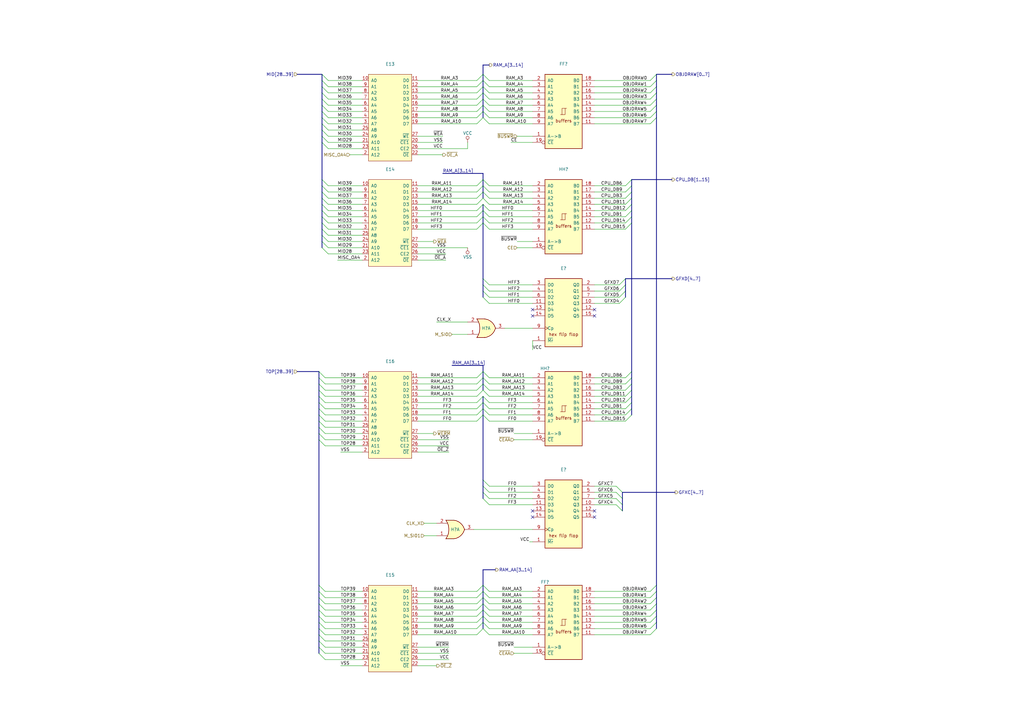
<source format=kicad_sch>
(kicad_sch (version 20211123) (generator eeschema)
  (paper "A3")
  (title_block (date "2022-04-29") (rev "J. Tejada") (company "JOTEGO") (comment 1 "Esperanza D. Triana"))
  (lib_symbols
    (symbol "arcade:LC3664" (pin_names (offset 1.016))
      (property "Reference" "U" (at 1.27 0 0))
      (property "Value" "arcade_LC3664" (at 1.27 -6.35 0))
      (symbol "LC3664_0_1"
        (rectangle (start -8.89 16.51) (end 8.89 -19.05) (fill (type background)))
      )
      (symbol "LC3664_1_1"
        (pin input line (at -11.43 13.97 0) (length 2.54) (name "A0") (number "10"))
        (pin bidirectional line (at 11.43 13.97 180) (length 2.54) (name "D0") (number "11"))
        (pin bidirectional line (at 11.43 11.43 180) (length 2.54) (name "D1") (number "12"))
        (pin bidirectional line (at 11.43 8.89 180) (length 2.54) (name "D2") (number "13"))
        (pin bidirectional line (at 11.43 6.35 180) (length 2.54) (name "D3") (number "15"))
        (pin bidirectional line (at 11.43 3.81 180) (length 2.54) (name "D4") (number "16"))
        (pin bidirectional line (at 11.43 1.27 180) (length 2.54) (name "D5") (number "17"))
        (pin bidirectional line (at 11.43 -1.27 180) (length 2.54) (name "D6") (number "18"))
        (pin bidirectional line (at 11.43 -3.81 180) (length 2.54) (name "D7") (number "19"))
        (pin input line (at -11.43 -16.51 0) (length 2.54) (name "A12") (number "2"))
        (pin input line (at 11.43 -11.43 180) (length 2.54) (name "~{CE1}") (number "20"))
        (pin input line (at -11.43 -11.43 0) (length 2.54) (name "A10") (number "21"))
        (pin input line (at 11.43 -16.51 180) (length 2.54) (name "~{OE}") (number "22"))
        (pin input line (at -11.43 -13.97 0) (length 2.54) (name "A11") (number "23"))
        (pin input line (at -11.43 -8.89 0) (length 2.54) (name "A9") (number "24"))
        (pin input line (at -11.43 -6.35 0) (length 2.54) (name "A8") (number "25"))
        (pin input line (at 11.43 -13.97 180) (length 2.54) (name "CE2") (number "26"))
        (pin input line (at 11.43 -8.89 180) (length 2.54) (name "~{WE}") (number "27"))
        (pin input line (at -11.43 -3.81 0) (length 2.54) (name "A7") (number "3"))
        (pin input line (at -11.43 -1.27 0) (length 2.54) (name "A6") (number "4"))
        (pin input line (at -11.43 1.27 0) (length 2.54) (name "A5") (number "5"))
        (pin input line (at -11.43 3.81 0) (length 2.54) (name "A4") (number "6"))
        (pin input line (at -11.43 6.35 0) (length 2.54) (name "A3") (number "7"))
        (pin input line (at -11.43 8.89 0) (length 2.54) (name "A2") (number "8"))
        (pin input line (at -11.43 11.43 0) (length 2.54) (name "A1") (number "9"))
      )
    )
    (symbol "jt74:74LS174" (pin_names (offset 1.016))
      (property "Reference" "U" (at 5.08 -12.7 0))
      (property "Value" "jt74_74LS174" (at 0 -5.08 0))
      (symbol "74LS174_0_0"
        (text "hex flip flop" (at 0 -10.16 0) (effects (font (size 1.27 1.27))))
      )
      (symbol "74LS174_1_0"
        (pin input line (at -12.7 -12.7 0) (length 5.08) (name "~{Mr}") (number "1"))
        (pin output line (at 12.7 2.54 180) (length 5.08) (name "Q3") (number "10"))
        (pin input line (at -12.7 2.54 0) (length 5.08) (name "D3") (number "11"))
        (pin output line (at 12.7 0 180) (length 5.08) (name "Q4") (number "12"))
        (pin input line (at -12.7 0 0) (length 5.08) (name "D4") (number "13"))
        (pin input line (at -12.7 -2.54 0) (length 5.08) (name "D5") (number "14"))
        (pin output line (at 12.7 -2.54 180) (length 5.08) (name "Q5") (number "15"))
        (pin output line (at 12.7 10.16 180) (length 5.08) (name "Q0") (number "2"))
        (pin input line (at -12.7 10.16 0) (length 5.08) (name "D0") (number "3"))
        (pin input line (at -12.7 7.62 0) (length 5.08) (name "D1") (number "4"))
        (pin output line (at 12.7 7.62 180) (length 5.08) (name "Q1") (number "5"))
        (pin input line (at -12.7 5.08 0) (length 5.08) (name "D2") (number "6"))
        (pin output line (at 12.7 5.08 180) (length 5.08) (name "Q2") (number "7"))
        (pin input clock (at -12.7 -7.62 0) (length 5.08) (name "Cp") (number "9"))
      )
      (symbol "74LS174_1_1"
        (rectangle (start -7.62 12.7) (end 7.62 -15.24) (stroke (width 0.254)) (fill (type background)))
      )
    )
    (symbol "jt74:74LS245" (pin_names (offset 1.016))
      (property "Reference" "U" (at -7.62 16.51 0))
      (property "Value" "jt74_74LS245" (at 2.54 -13.97 0))
      (symbol "74LS245_0_0"
        (text "buffers" (at 0 -3.81 0) (effects (font (size 1.27 1.27))))
      )
      (symbol "74LS245_1_0"
        (polyline (pts (xy -0.635 -1.27) (xy -0.635 1.27) (xy 0.635 1.27)))
        (polyline (pts (xy -1.27 -1.27) (xy 0.635 -1.27) (xy 0.635 1.27) (xy 1.27 1.27)))
        (pin input line (at -12.7 -10.16 0) (length 5.08) (name "A->B") (number "1"))
        (pin tri_state line (at 12.7 -5.08 180) (length 5.08) (name "B7") (number "11"))
        (pin tri_state line (at 12.7 -2.54 180) (length 5.08) (name "B6") (number "12"))
        (pin tri_state line (at 12.7 0 180) (length 5.08) (name "B5") (number "13"))
        (pin tri_state line (at 12.7 2.54 180) (length 5.08) (name "B4") (number "14"))
        (pin tri_state line (at 12.7 5.08 180) (length 5.08) (name "B3") (number "15"))
        (pin tri_state line (at 12.7 7.62 180) (length 5.08) (name "B2") (number "16"))
        (pin tri_state line (at 12.7 10.16 180) (length 5.08) (name "B1") (number "17"))
        (pin tri_state line (at 12.7 12.7 180) (length 5.08) (name "B0") (number "18"))
        (pin input inverted (at -12.7 -12.7 0) (length 5.08) (name "~{CE}") (number "19"))
        (pin tri_state line (at -12.7 12.7 0) (length 5.08) (name "A0") (number "2"))
        (pin tri_state line (at -12.7 10.16 0) (length 5.08) (name "A1") (number "3"))
        (pin tri_state line (at -12.7 7.62 0) (length 5.08) (name "A2") (number "4"))
        (pin tri_state line (at -12.7 5.08 0) (length 5.08) (name "A3") (number "5"))
        (pin tri_state line (at -12.7 2.54 0) (length 5.08) (name "A4") (number "6"))
        (pin tri_state line (at -12.7 0 0) (length 5.08) (name "A5") (number "7"))
        (pin tri_state line (at -12.7 -2.54 0) (length 5.08) (name "A6") (number "8"))
        (pin tri_state line (at -12.7 -5.08 0) (length 5.08) (name "A7") (number "9"))
      )
      (symbol "74LS245_1_1"
        (rectangle (start -7.62 15.24) (end 7.62 -15.24) (stroke (width 0.254)) (fill (type background)))
      )
    )
    (symbol "jt74:74LS32" (pin_names (offset 1.016))
      (property "Reference" "U" (at 0 1.27 0))
      (property "Value" "jt74_74LS32" (at 0 -1.27 0))
      (symbol "74LS32_1_1"
        (arc (start -3.81 -3.81) (mid -2.589 0) (end -3.81 3.81) (stroke (width 0.254)))
        (arc (start -0.6096 -3.81) (mid 2.1842 -2.5851) (end 3.81 0) (stroke (width 0.254)) (fill (type background)))
        (polyline (pts (xy -3.81 -3.81) (xy -0.635 -3.81)) (stroke (width 0.254)) (fill (type background)))
        (polyline (pts (xy -3.81 3.81) (xy -0.635 3.81)) (stroke (width 0.254)) (fill (type background)))
        (polyline (pts (xy -0.635 3.81) (xy -3.81 3.81) (xy -3.81 3.81) (xy -3.556 3.4036) (xy -3.0226 2.2606) (xy -2.6924 1.0414) (xy -2.6162 -0.254) (xy -2.7686 -1.4986) (xy -3.175 -2.7178) (xy -3.81 -3.81) (xy -3.81 -3.81) (xy -0.635 -3.81)) (stroke (width -25.4)) (fill (type background)))
        (arc (start 3.81 0) (mid 2.1915 2.5936) (end -0.6096 3.81) (stroke (width 0.254)) (fill (type background)))
        (pin input line (at -7.62 2.54 0) (length 4.318) (name "~") (number "1"))
        (pin input line (at -7.62 -2.54 0) (length 4.318) (name "~") (number "2"))
        (pin output line (at 7.62 0 180) (length 3.81) (name "~") (number "3"))
      )
      (symbol "74LS32_1_2"
        (arc (start 0 -3.81) (mid 3.81 0) (end 0 3.81) (stroke (width 0.254)) (fill (type background)))
        (polyline (pts (xy 0 3.81) (xy -3.81 3.81) (xy -3.81 -3.81) (xy 0 -3.81)) (stroke (width 0.254)) (fill (type background)))
        (pin input inverted (at -7.62 2.54 0) (length 3.81) (name "~") (number "1"))
        (pin input inverted (at -7.62 -2.54 0) (length 3.81) (name "~") (number "2"))
        (pin output inverted (at 7.62 0 180) (length 3.81) (name "~") (number "3"))
      )
      (symbol "74LS32_2_1"
        (arc (start -3.81 -3.81) (mid -2.589 0) (end -3.81 3.81) (stroke (width 0.254)))
        (arc (start -0.6096 -3.81) (mid 2.1842 -2.5851) (end 3.81 0) (stroke (width 0.254)) (fill (type background)))
        (polyline (pts (xy -3.81 -3.81) (xy -0.635 -3.81)) (stroke (width 0.254)) (fill (type background)))
        (polyline (pts (xy -3.81 3.81) (xy -0.635 3.81)) (stroke (width 0.254)) (fill (type background)))
        (polyline (pts (xy -0.635 3.81) (xy -3.81 3.81) (xy -3.81 3.81) (xy -3.556 3.4036) (xy -3.0226 2.2606) (xy -2.6924 1.0414) (xy -2.6162 -0.254) (xy -2.7686 -1.4986) (xy -3.175 -2.7178) (xy -3.81 -3.81) (xy -3.81 -3.81) (xy -0.635 -3.81)) (stroke (width -25.4)) (fill (type background)))
        (arc (start 3.81 0) (mid 2.1915 2.5936) (end -0.6096 3.81) (stroke (width 0.254)) (fill (type background)))
        (pin input line (at -7.62 2.54 0) (length 4.318) (name "~") (number "4"))
        (pin input line (at -7.62 -2.54 0) (length 4.318) (name "~") (number "5"))
        (pin output line (at 7.62 0 180) (length 3.81) (name "~") (number "6"))
      )
      (symbol "74LS32_2_2"
        (arc (start 0 -3.81) (mid 3.81 0) (end 0 3.81) (stroke (width 0.254)) (fill (type background)))
        (polyline (pts (xy 0 3.81) (xy -3.81 3.81) (xy -3.81 -3.81) (xy 0 -3.81)) (stroke (width 0.254)) (fill (type background)))
        (pin input inverted (at -7.62 2.54 0) (length 3.81) (name "~") (number "4"))
        (pin input inverted (at -7.62 -2.54 0) (length 3.81) (name "~") (number "5"))
        (pin output inverted (at 7.62 0 180) (length 3.81) (name "~") (number "6"))
      )
      (symbol "74LS32_3_1"
        (arc (start -3.81 -3.81) (mid -2.589 0) (end -3.81 3.81) (stroke (width 0.254)))
        (arc (start -0.6096 -3.81) (mid 2.1842 -2.5851) (end 3.81 0) (stroke (width 0.254)) (fill (type background)))
        (polyline (pts (xy -3.81 -3.81) (xy -0.635 -3.81)) (stroke (width 0.254)) (fill (type background)))
        (polyline (pts (xy -3.81 3.81) (xy -0.635 3.81)) (stroke (width 0.254)) (fill (type background)))
        (polyline (pts (xy -0.635 3.81) (xy -3.81 3.81) (xy -3.81 3.81) (xy -3.556 3.4036) (xy -3.0226 2.2606) (xy -2.6924 1.0414) (xy -2.6162 -0.254) (xy -2.7686 -1.4986) (xy -3.175 -2.7178) (xy -3.81 -3.81) (xy -3.81 -3.81) (xy -0.635 -3.81)) (stroke (width -25.4)) (fill (type background)))
        (arc (start 3.81 0) (mid 2.1915 2.5936) (end -0.6096 3.81) (stroke (width 0.254)) (fill (type background)))
        (pin input line (at -7.62 -2.54 0) (length 4.318) (name "~") (number "10"))
        (pin output line (at 7.62 0 180) (length 3.81) (name "~") (number "8"))
        (pin input line (at -7.62 2.54 0) (length 4.318) (name "~") (number "9"))
      )
      (symbol "74LS32_3_2"
        (arc (start 0 -3.81) (mid 3.81 0) (end 0 3.81) (stroke (width 0.254)) (fill (type background)))
        (polyline (pts (xy 0 3.81) (xy -3.81 3.81) (xy -3.81 -3.81) (xy 0 -3.81)) (stroke (width 0.254)) (fill (type background)))
        (pin input inverted (at -7.62 -2.54 0) (length 3.81) (name "~") (number "10"))
        (pin output inverted (at 7.62 0 180) (length 3.81) (name "~") (number "8"))
        (pin input inverted (at -7.62 2.54 0) (length 3.81) (name "~") (number "9"))
      )
      (symbol "74LS32_4_1"
        (arc (start -3.81 -3.81) (mid -2.589 0) (end -3.81 3.81) (stroke (width 0.254)))
        (arc (start -0.6096 -3.81) (mid 2.1842 -2.5851) (end 3.81 0) (stroke (width 0.254)) (fill (type background)))
        (polyline (pts (xy -3.81 -3.81) (xy -0.635 -3.81)) (stroke (width 0.254)) (fill (type background)))
        (polyline (pts (xy -3.81 3.81) (xy -0.635 3.81)) (stroke (width 0.254)) (fill (type background)))
        (polyline (pts (xy -0.635 3.81) (xy -3.81 3.81) (xy -3.81 3.81) (xy -3.556 3.4036) (xy -3.0226 2.2606) (xy -2.6924 1.0414) (xy -2.6162 -0.254) (xy -2.7686 -1.4986) (xy -3.175 -2.7178) (xy -3.81 -3.81) (xy -3.81 -3.81) (xy -0.635 -3.81)) (stroke (width -25.4)) (fill (type background)))
        (arc (start 3.81 0) (mid 2.1915 2.5936) (end -0.6096 3.81) (stroke (width 0.254)) (fill (type background)))
        (pin output line (at 7.62 0 180) (length 3.81) (name "~") (number "11"))
        (pin input line (at -7.62 2.54 0) (length 4.318) (name "~") (number "12"))
        (pin input line (at -7.62 -2.54 0) (length 4.318) (name "~") (number "13"))
      )
      (symbol "74LS32_4_2"
        (arc (start 0 -3.81) (mid 3.81 0) (end 0 3.81) (stroke (width 0.254)) (fill (type background)))
        (polyline (pts (xy 0 3.81) (xy -3.81 3.81) (xy -3.81 -3.81) (xy 0 -3.81)) (stroke (width 0.254)) (fill (type background)))
        (pin output inverted (at 7.62 0 180) (length 3.81) (name "~") (number "11"))
        (pin input inverted (at -7.62 2.54 0) (length 3.81) (name "~") (number "12"))
        (pin input inverted (at -7.62 -2.54 0) (length 3.81) (name "~") (number "13"))
      )
      (symbol "74LS32_5_0"
        (pin input line (at 0 12.7 270) (length 5.08) hide (name "VCC") (number "14"))
        (pin input line (at 0 -12.7 90) (length 5.08) hide (name "GND") (number "7"))
      )
      (symbol "74LS32_5_1"
        (rectangle (start -5.08 7.62) (end 5.08 -7.62) (stroke (width 0.254)) (fill (type background)))
      )
    )
    (symbol "power:VCC" (power) (pin_names (offset 0))
      (property "Value" "power_VCC" (at 0 3.81 0))
      (symbol "VCC_0_1"
        (polyline (pts (xy 0 0) (xy 0 1.27)))
        (circle (center 0 1.905) (radius 0.635))
      )
      (symbol "VCC_1_1"
        (pin power_in line (at 0 0 90) (length 0) hide (name "VCC") (number "1"))
      )
    )
    (symbol "power:VSS" (power) (pin_names (offset 0))
      (property "Value" "power_VSS" (at 0 3.81 0))
      (symbol "VSS_0_1"
        (polyline (pts (xy 0 0) (xy 0 1.27)))
        (circle (center 0 1.905) (radius 0.635))
      )
      (symbol "VSS_1_1"
        (pin power_in line (at 0 0 90) (length 0) hide (name "VSS") (number "1"))
      )
    )
  )
  (no_connect (at 243.84 212.09))
  (no_connect (at 218.44 129.54))
  (no_connect (at 243.84 129.54))
  (no_connect (at 243.84 209.55))
  (no_connect (at 218.44 209.55))
  (no_connect (at 218.44 212.09))
  (no_connect (at 218.44 127))
  (no_connect (at 243.84 127))
  (bus_entry (at 198.12 35.56) (size 2.54 2.54))
  (bus_entry (at 198.12 30.48) (size -2.54 2.54))
  (bus_entry (at 259.08 76.2) (size -2.54 2.54))
  (bus_entry (at 200.66 257.81) (size -2.54 -2.54))
  (bus_entry (at 198.12 242.57) (size 2.54 2.54))
  (bus_entry (at 132.08 40.64) (size 2.54 2.54))
  (bus_entry (at 132.08 48.26) (size 2.54 2.54))
  (bus_entry (at 254 119.38) (size 2.54 -2.54))
  (bus_entry (at 130.81 257.81) (size 2.54 2.54))
  (bus_entry (at 259.08 167.64) (size -2.54 2.54))
  (bus_entry (at 266.7 40.64) (size 2.54 -2.54))
  (bus_entry (at 130.81 175.26) (size 2.54 2.54))
  (bus_entry (at 259.08 154.94) (size -2.54 2.54))
  (bus_entry (at 198.12 160.02) (size -2.54 2.54))
  (bus_entry (at 200.66 252.73) (size -2.54 -2.54))
  (bus_entry (at 266.7 45.72) (size 2.54 -2.54))
  (bus_entry (at 259.08 83.82) (size -2.54 2.54))
  (bus_entry (at 198.12 48.26) (size 2.54 2.54))
  (bus_entry (at 195.58 260.35) (size 2.54 -2.54))
  (bus_entry (at 198.12 45.72) (size 2.54 2.54))
  (bus_entry (at 130.81 157.48) (size 2.54 2.54))
  (bus_entry (at 130.81 154.94) (size 2.54 2.54))
  (bus_entry (at 266.7 43.18) (size 2.54 -2.54))
  (bus_entry (at 198.12 157.48) (size 2.54 2.54))
  (bus_entry (at 130.81 260.35) (size 2.54 2.54))
  (bus_entry (at 200.66 116.84) (size -2.54 -2.54))
  (bus_entry (at 198.12 81.28) (size -2.54 2.54))
  (bus_entry (at 198.12 88.9) (size 2.54 2.54))
  (bus_entry (at 259.08 91.44) (size -2.54 2.54))
  (bus_entry (at 259.08 157.48) (size -2.54 2.54))
  (bus_entry (at 198.12 81.28) (size 2.54 2.54))
  (bus_entry (at 132.08 99.06) (size 2.54 2.54))
  (bus_entry (at 259.08 160.02) (size -2.54 2.54))
  (bus_entry (at 259.08 152.4) (size -2.54 2.54))
  (bus_entry (at 198.12 165.1) (size 2.54 2.54))
  (bus_entry (at 130.81 252.73) (size 2.54 2.54))
  (bus_entry (at 198.12 35.56) (size -2.54 2.54))
  (bus_entry (at 200.66 121.92) (size -2.54 -2.54))
  (bus_entry (at 195.58 250.19) (size 2.54 -2.54))
  (bus_entry (at 259.08 81.28) (size -2.54 2.54))
  (bus_entry (at 266.7 38.1) (size 2.54 -2.54))
  (bus_entry (at 132.08 35.56) (size 2.54 2.54))
  (bus_entry (at 200.66 124.46) (size -2.54 -2.54))
  (bus_entry (at 132.08 93.98) (size 2.54 2.54))
  (bus_entry (at 195.58 242.57) (size 2.54 -2.54))
  (bus_entry (at 130.81 160.02) (size 2.54 2.54))
  (bus_entry (at 130.81 167.64) (size 2.54 2.54))
  (bus_entry (at 134.62 76.2) (size -2.54 -2.54))
  (bus_entry (at 198.12 162.56) (size -2.54 2.54))
  (bus_entry (at 254 116.84) (size 2.54 -2.54))
  (bus_entry (at 198.12 201.93) (size 2.54 2.54))
  (bus_entry (at 195.58 247.65) (size 2.54 -2.54))
  (bus_entry (at 198.12 78.74) (size 2.54 2.54))
  (bus_entry (at 266.7 260.35) (size 2.54 -2.54))
  (bus_entry (at 132.08 43.18) (size 2.54 2.54))
  (bus_entry (at 198.12 152.4) (size -2.54 2.54))
  (bus_entry (at 195.58 252.73) (size 2.54 -2.54))
  (bus_entry (at 259.08 73.66) (size -2.54 2.54))
  (bus_entry (at 198.12 83.82) (size 2.54 2.54))
  (bus_entry (at 198.12 245.11) (size 2.54 2.54))
  (bus_entry (at 198.12 167.64) (size 2.54 2.54))
  (bus_entry (at 198.12 170.18) (size -2.54 2.54))
  (bus_entry (at 259.08 165.1) (size -2.54 2.54))
  (bus_entry (at 198.12 240.03) (size 2.54 2.54))
  (bus_entry (at 132.08 33.02) (size 2.54 2.54))
  (bus_entry (at 269.24 48.26) (size -2.54 2.54))
  (bus_entry (at 259.08 86.36) (size -2.54 2.54))
  (bus_entry (at 132.08 38.1) (size 2.54 2.54))
  (bus_entry (at 132.08 55.88) (size 2.54 2.54))
  (bus_entry (at 198.12 78.74) (size -2.54 2.54))
  (bus_entry (at 266.7 247.65) (size 2.54 -2.54))
  (bus_entry (at 200.66 260.35) (size -2.54 -2.54))
  (bus_entry (at 198.12 38.1) (size -2.54 2.54))
  (bus_entry (at 259.08 162.56) (size -2.54 2.54))
  (bus_entry (at 132.08 81.28) (size 2.54 2.54))
  (bus_entry (at 266.7 257.81) (size 2.54 -2.54))
  (bus_entry (at 198.12 204.47) (size 2.54 2.54))
  (bus_entry (at 195.58 255.27) (size 2.54 -2.54))
  (bus_entry (at 133.35 154.94) (size -2.54 -2.54))
  (bus_entry (at 198.12 48.26) (size -2.54 2.54))
  (bus_entry (at 132.08 83.82) (size 2.54 2.54))
  (bus_entry (at 133.35 242.57) (size -2.54 -2.54))
  (bus_entry (at 198.12 91.44) (size -2.54 2.54))
  (bus_entry (at 198.12 38.1) (size 2.54 2.54))
  (bus_entry (at 198.12 40.64) (size -2.54 2.54))
  (bus_entry (at 259.08 78.74) (size -2.54 2.54))
  (bus_entry (at 198.12 154.94) (size 2.54 2.54))
  (bus_entry (at 259.08 88.9) (size -2.54 2.54))
  (bus_entry (at 200.66 119.38) (size -2.54 -2.54))
  (bus_entry (at 132.08 101.6) (size 2.54 2.54))
  (bus_entry (at 130.81 262.89) (size 2.54 2.54))
  (bus_entry (at 252.73 207.01) (size 2.54 2.54))
  (bus_entry (at 198.12 162.56) (size 2.54 2.54))
  (bus_entry (at 198.12 86.36) (size -2.54 2.54))
  (bus_entry (at 252.73 199.39) (size 2.54 2.54))
  (bus_entry (at 198.12 43.18) (size -2.54 2.54))
  (bus_entry (at 198.12 152.4) (size 2.54 2.54))
  (bus_entry (at 132.08 86.36) (size 2.54 2.54))
  (bus_entry (at 266.7 245.11) (size 2.54 -2.54))
  (bus_entry (at 266.7 250.19) (size 2.54 -2.54))
  (bus_entry (at 198.12 33.02) (size 2.54 2.54))
  (bus_entry (at 134.62 33.02) (size -2.54 -2.54))
  (bus_entry (at 130.81 247.65) (size 2.54 2.54))
  (bus_entry (at 198.12 76.2) (size 2.54 2.54))
  (bus_entry (at 132.08 91.44) (size 2.54 2.54))
  (bus_entry (at 130.81 172.72) (size 2.54 2.54))
  (bus_entry (at 130.81 180.34) (size 2.54 2.54))
  (bus_entry (at 198.12 73.66) (size -2.54 2.54))
  (bus_entry (at 198.12 76.2) (size -2.54 2.54))
  (bus_entry (at 198.12 40.64) (size 2.54 2.54))
  (bus_entry (at 132.08 96.52) (size 2.54 2.54))
  (bus_entry (at 266.7 35.56) (size 2.54 -2.54))
  (bus_entry (at 130.81 165.1) (size 2.54 2.54))
  (bus_entry (at 132.08 76.2) (size 2.54 2.54))
  (bus_entry (at 130.81 245.11) (size 2.54 2.54))
  (bus_entry (at 132.08 45.72) (size 2.54 2.54))
  (bus_entry (at 259.08 170.18) (size -2.54 2.54))
  (bus_entry (at 130.81 170.18) (size 2.54 2.54))
  (bus_entry (at 200.66 255.27) (size -2.54 -2.54))
  (bus_entry (at 132.08 88.9) (size 2.54 2.54))
  (bus_entry (at 266.7 33.02) (size 2.54 -2.54))
  (bus_entry (at 252.73 204.47) (size 2.54 2.54))
  (bus_entry (at 198.12 167.64) (size -2.54 2.54))
  (bus_entry (at 130.81 255.27) (size 2.54 2.54))
  (bus_entry (at 198.12 160.02) (size 2.54 2.54))
  (bus_entry (at 198.12 73.66) (size 2.54 2.54))
  (bus_entry (at 198.12 88.9) (size -2.54 2.54))
  (bus_entry (at 198.12 196.85) (size 2.54 2.54))
  (bus_entry (at 198.12 83.82) (size -2.54 2.54))
  (bus_entry (at 254 121.92) (size 2.54 -2.54))
  (bus_entry (at 254 124.46) (size 2.54 -2.54))
  (bus_entry (at 198.12 247.65) (size 2.54 2.54))
  (bus_entry (at 198.12 170.18) (size 2.54 2.54))
  (bus_entry (at 198.12 157.48) (size -2.54 2.54))
  (bus_entry (at 130.81 242.57) (size 2.54 2.54))
  (bus_entry (at 130.81 250.19) (size 2.54 2.54))
  (bus_entry (at 195.58 245.11) (size 2.54 -2.54))
  (bus_entry (at 266.7 255.27) (size 2.54 -2.54))
  (bus_entry (at 130.81 177.8) (size 2.54 2.54))
  (bus_entry (at 130.81 265.43) (size 2.54 2.54))
  (bus_entry (at 195.58 257.81) (size 2.54 -2.54))
  (bus_entry (at 266.7 242.57) (size 2.54 -2.54))
  (bus_entry (at 132.08 78.74) (size 2.54 2.54))
  (bus_entry (at 198.12 45.72) (size -2.54 2.54))
  (bus_entry (at 132.08 50.8) (size 2.54 2.54))
  (bus_entry (at 198.12 91.44) (size 2.54 2.54))
  (bus_entry (at 198.12 199.39) (size 2.54 2.54))
  (bus_entry (at 198.12 154.94) (size -2.54 2.54))
  (bus_entry (at 266.7 48.26) (size 2.54 -2.54))
  (bus_entry (at 198.12 43.18) (size 2.54 2.54))
  (bus_entry (at 198.12 165.1) (size -2.54 2.54))
  (bus_entry (at 198.12 33.02) (size -2.54 2.54))
  (bus_entry (at 266.7 252.73) (size 2.54 -2.54))
  (bus_entry (at 198.12 30.48) (size 2.54 2.54))
  (bus_entry (at 130.81 267.97) (size 2.54 2.54))
  (bus_entry (at 132.08 53.34) (size 2.54 2.54))
  (bus_entry (at 252.73 201.93) (size 2.54 2.54))
  (bus_entry (at 130.81 162.56) (size 2.54 2.54))
  (bus_entry (at 132.08 58.42) (size 2.54 2.54))
  (bus_entry (at 198.12 86.36) (size 2.54 2.54))
  (bus (pts (xy 132.08 45.72) (xy 132.08 48.26)))
  (wire (pts (xy 171.45 55.88) (xy 181.61 55.88)))
  (wire (pts (xy 134.62 48.26) (xy 148.59 48.26)))
  (wire (pts (xy 243.84 88.9) (xy 256.54 88.9)))
  (wire (pts (xy 218.44 35.56) (xy 200.66 35.56)))
  (bus (pts (xy 269.24 43.18) (xy 269.24 45.72)))
  (wire (pts (xy 171.45 76.2) (xy 195.58 76.2)))
  (wire (pts (xy 200.66 93.98) (xy 218.44 93.98)))
  (wire (pts (xy 133.35 172.72) (xy 148.59 172.72)))
  (bus (pts (xy 198.12 157.48) (xy 198.12 160.02)))
  (wire (pts (xy 171.45 58.42) (xy 181.61 58.42)))
  (bus (pts (xy 198.12 26.67) (xy 200.66 26.67)))
  (bus (pts (xy 130.81 175.26) (xy 130.81 177.8)))
  (wire (pts (xy 217.17 222.25) (xy 218.44 222.25)))
  (wire (pts (xy 133.35 270.51) (xy 148.59 270.51)))
  (bus (pts (xy 198.12 199.39) (xy 198.12 201.93)))
  (wire (pts (xy 171.45 60.96) (xy 191.77 60.96)))
  (wire (pts (xy 134.62 101.6) (xy 148.59 101.6)))
  (wire (pts (xy 171.45 182.88) (xy 184.15 182.88)))
  (bus (pts (xy 198.12 30.48) (xy 198.12 33.02)))
  (wire (pts (xy 200.66 172.72) (xy 218.44 172.72)))
  (bus (pts (xy 255.27 201.93) (xy 276.86 201.93)))
  (bus (pts (xy 269.24 255.27) (xy 269.24 257.81)))
  (wire (pts (xy 200.66 157.48) (xy 218.44 157.48)))
  (wire (pts (xy 133.35 157.48) (xy 148.59 157.48)))
  (bus (pts (xy 132.08 86.36) (xy 132.08 88.9)))
  (wire (pts (xy 177.8 177.8) (xy 171.45 177.8)))
  (wire (pts (xy 254 124.46) (xy 243.84 124.46)))
  (bus (pts (xy 198.12 33.02) (xy 198.12 35.56)))
  (wire (pts (xy 133.35 260.35) (xy 148.59 260.35)))
  (bus (pts (xy 198.12 165.1) (xy 198.12 167.64)))
  (bus (pts (xy 198.12 26.67) (xy 198.12 30.48)))
  (wire (pts (xy 133.35 265.43) (xy 148.59 265.43)))
  (wire (pts (xy 243.84 257.81) (xy 266.7 257.81)))
  (wire (pts (xy 171.45 91.44) (xy 195.58 91.44)))
  (wire (pts (xy 133.35 170.18) (xy 148.59 170.18)))
  (bus (pts (xy 259.08 160.02) (xy 259.08 162.56)))
  (bus (pts (xy 259.08 154.94) (xy 259.08 157.48)))
  (bus (pts (xy 269.24 245.11) (xy 269.24 247.65)))
  (bus (pts (xy 130.81 157.48) (xy 130.81 160.02)))
  (wire (pts (xy 133.35 162.56) (xy 148.59 162.56)))
  (bus (pts (xy 259.08 165.1) (xy 259.08 167.64)))
  (bus (pts (xy 198.12 88.9) (xy 198.12 91.44)))
  (wire (pts (xy 134.62 33.02) (xy 148.59 33.02)))
  (wire (pts (xy 134.62 45.72) (xy 148.59 45.72)))
  (wire (pts (xy 207.01 134.62) (xy 218.44 134.62)))
  (wire (pts (xy 171.45 270.51) (xy 184.15 270.51)))
  (bus (pts (xy 130.81 152.4) (xy 130.81 154.94)))
  (bus (pts (xy 130.81 154.94) (xy 130.81 157.48)))
  (bus (pts (xy 198.12 252.73) (xy 198.12 255.27)))
  (wire (pts (xy 171.45 83.82) (xy 195.58 83.82)))
  (bus (pts (xy 130.81 262.89) (xy 130.81 265.43)))
  (bus (pts (xy 121.92 30.48) (xy 132.08 30.48)))
  (wire (pts (xy 171.45 38.1) (xy 195.58 38.1)))
  (wire (pts (xy 200.66 81.28) (xy 218.44 81.28)))
  (wire (pts (xy 200.66 83.82) (xy 218.44 83.82)))
  (wire (pts (xy 243.84 172.72) (xy 256.54 172.72)))
  (wire (pts (xy 243.84 86.36) (xy 256.54 86.36)))
  (bus (pts (xy 130.81 160.02) (xy 130.81 162.56)))
  (bus (pts (xy 259.08 157.48) (xy 259.08 160.02)))
  (wire (pts (xy 243.84 35.56) (xy 266.7 35.56)))
  (wire (pts (xy 243.84 201.93) (xy 252.73 201.93)))
  (wire (pts (xy 133.35 154.94) (xy 148.59 154.94)))
  (bus (pts (xy 198.12 116.84) (xy 198.12 119.38)))
  (wire (pts (xy 171.45 167.64) (xy 195.58 167.64)))
  (bus (pts (xy 198.12 250.19) (xy 198.12 252.73)))
  (bus (pts (xy 198.12 162.56) (xy 198.12 165.1)))
  (wire (pts (xy 171.45 101.6) (xy 191.77 101.6)))
  (wire (pts (xy 243.84 76.2) (xy 256.54 76.2)))
  (wire (pts (xy 218.44 38.1) (xy 200.66 38.1)))
  (wire (pts (xy 134.62 76.2) (xy 148.59 76.2)))
  (wire (pts (xy 171.45 43.18) (xy 195.58 43.18)))
  (wire (pts (xy 200.66 167.64) (xy 218.44 167.64)))
  (bus (pts (xy 130.81 152.4) (xy 121.92 152.4)))
  (bus (pts (xy 132.08 38.1) (xy 132.08 40.64)))
  (wire (pts (xy 243.84 40.64) (xy 266.7 40.64)))
  (wire (pts (xy 243.84 167.64) (xy 256.54 167.64)))
  (wire (pts (xy 171.45 88.9) (xy 195.58 88.9)))
  (bus (pts (xy 130.81 257.81) (xy 130.81 260.35)))
  (wire (pts (xy 171.45 170.18) (xy 195.58 170.18)))
  (wire (pts (xy 243.84 260.35) (xy 266.7 260.35)))
  (bus (pts (xy 132.08 93.98) (xy 132.08 96.52)))
  (bus (pts (xy 259.08 152.4) (xy 259.08 154.94)))
  (wire (pts (xy 200.66 160.02) (xy 218.44 160.02)))
  (wire (pts (xy 171.45 63.5) (xy 181.61 63.5)))
  (wire (pts (xy 200.66 86.36) (xy 218.44 86.36)))
  (bus (pts (xy 259.08 73.66) (xy 259.08 76.2)))
  (bus (pts (xy 130.81 250.19) (xy 130.81 252.73)))
  (wire (pts (xy 243.84 247.65) (xy 266.7 247.65)))
  (bus (pts (xy 269.24 240.03) (xy 269.24 242.57)))
  (wire (pts (xy 243.84 245.11) (xy 266.7 245.11)))
  (wire (pts (xy 200.66 78.74) (xy 218.44 78.74)))
  (wire (pts (xy 218.44 40.64) (xy 200.66 40.64)))
  (bus (pts (xy 130.81 172.72) (xy 130.81 175.26)))
  (bus (pts (xy 132.08 43.18) (xy 132.08 45.72)))
  (wire (pts (xy 171.45 157.48) (xy 195.58 157.48)))
  (wire (pts (xy 212.09 101.6) (xy 218.44 101.6)))
  (wire (pts (xy 134.62 40.64) (xy 148.59 40.64)))
  (wire (pts (xy 133.35 262.89) (xy 148.59 262.89)))
  (wire (pts (xy 200.66 48.26) (xy 218.44 48.26)))
  (wire (pts (xy 243.84 78.74) (xy 256.54 78.74)))
  (wire (pts (xy 133.35 252.73) (xy 148.59 252.73)))
  (wire (pts (xy 133.35 245.11) (xy 148.59 245.11)))
  (wire (pts (xy 200.66 91.44) (xy 218.44 91.44)))
  (wire (pts (xy 200.66 121.92) (xy 218.44 121.92)))
  (bus (pts (xy 198.12 196.85) (xy 198.12 199.39)))
  (wire (pts (xy 177.8 99.06) (xy 171.45 99.06)))
  (bus (pts (xy 256.54 114.3) (xy 256.54 116.84)))
  (bus (pts (xy 132.08 76.2) (xy 132.08 78.74)))
  (wire (pts (xy 254 116.84) (xy 243.84 116.84)))
  (wire (pts (xy 200.66 76.2) (xy 218.44 76.2)))
  (bus (pts (xy 130.81 170.18) (xy 130.81 172.72)))
  (wire (pts (xy 134.62 99.06) (xy 148.59 99.06)))
  (bus (pts (xy 269.24 35.56) (xy 269.24 38.1)))
  (wire (pts (xy 243.84 157.48) (xy 256.54 157.48)))
  (bus (pts (xy 259.08 91.44) (xy 259.08 152.4)))
  (bus (pts (xy 259.08 78.74) (xy 259.08 81.28)))
  (bus (pts (xy 198.12 83.82) (xy 198.12 86.36)))
  (bus (pts (xy 259.08 88.9) (xy 259.08 91.44)))
  (bus (pts (xy 132.08 78.74) (xy 132.08 81.28)))
  (wire (pts (xy 133.35 257.81) (xy 148.59 257.81)))
  (bus (pts (xy 130.81 247.65) (xy 130.81 250.19)))
  (bus (pts (xy 198.12 76.2) (xy 198.12 78.74)))
  (wire (pts (xy 200.66 116.84) (xy 218.44 116.84)))
  (bus (pts (xy 198.12 35.56) (xy 198.12 38.1)))
  (bus (pts (xy 181.61 71.12) (xy 198.12 71.12)))
  (wire (pts (xy 200.66 257.81) (xy 218.44 257.81)))
  (wire (pts (xy 139.7 185.42) (xy 148.59 185.42)))
  (bus (pts (xy 198.12 40.64) (xy 198.12 43.18)))
  (wire (pts (xy 243.84 204.47) (xy 252.73 204.47)))
  (bus (pts (xy 132.08 83.82) (xy 132.08 86.36)))
  (wire (pts (xy 243.84 252.73) (xy 266.7 252.73)))
  (wire (pts (xy 200.66 252.73) (xy 218.44 252.73)))
  (bus (pts (xy 259.08 162.56) (xy 259.08 165.1)))
  (bus (pts (xy 130.81 260.35) (xy 130.81 262.89)))
  (wire (pts (xy 134.62 96.52) (xy 148.59 96.52)))
  (wire (pts (xy 200.66 165.1) (xy 218.44 165.1)))
  (bus (pts (xy 256.54 119.38) (xy 256.54 121.92)))
  (bus (pts (xy 130.81 165.1) (xy 130.81 167.64)))
  (wire (pts (xy 200.66 88.9) (xy 218.44 88.9)))
  (bus (pts (xy 255.27 207.01) (xy 255.27 209.55)))
  (wire (pts (xy 171.45 45.72) (xy 195.58 45.72)))
  (wire (pts (xy 134.62 88.9) (xy 148.59 88.9)))
  (wire (pts (xy 200.66 255.27) (xy 218.44 255.27)))
  (bus (pts (xy 198.12 114.3) (xy 198.12 116.84)))
  (wire (pts (xy 191.77 60.96) (xy 191.77 58.42)))
  (wire (pts (xy 171.45 250.19) (xy 195.58 250.19)))
  (wire (pts (xy 134.62 86.36) (xy 148.59 86.36)))
  (wire (pts (xy 218.44 55.88) (xy 212.09 55.88)))
  (wire (pts (xy 200.66 124.46) (xy 218.44 124.46)))
  (wire (pts (xy 243.84 255.27) (xy 266.7 255.27)))
  (wire (pts (xy 243.84 162.56) (xy 256.54 162.56)))
  (bus (pts (xy 198.12 154.94) (xy 198.12 157.48)))
  (wire (pts (xy 200.66 250.19) (xy 218.44 250.19)))
  (bus (pts (xy 132.08 48.26) (xy 132.08 50.8)))
  (wire (pts (xy 173.99 219.71) (xy 179.07 219.71)))
  (bus (pts (xy 198.12 71.12) (xy 198.12 73.66)))
  (wire (pts (xy 200.66 43.18) (xy 218.44 43.18)))
  (bus (pts (xy 198.12 201.93) (xy 198.12 204.47)))
  (bus (pts (xy 269.24 242.57) (xy 269.24 245.11)))
  (bus (pts (xy 259.08 73.66) (xy 275.59 73.66)))
  (wire (pts (xy 133.35 165.1) (xy 148.59 165.1)))
  (bus (pts (xy 198.12 78.74) (xy 198.12 81.28)))
  (bus (pts (xy 269.24 30.48) (xy 275.59 30.48)))
  (wire (pts (xy 252.73 207.01) (xy 243.84 207.01)))
  (bus (pts (xy 269.24 45.72) (xy 269.24 48.26)))
  (wire (pts (xy 171.45 247.65) (xy 195.58 247.65)))
  (wire (pts (xy 243.84 38.1) (xy 266.7 38.1)))
  (wire (pts (xy 252.73 199.39) (xy 243.84 199.39)))
  (wire (pts (xy 210.82 265.43) (xy 218.44 265.43)))
  (wire (pts (xy 243.84 242.57) (xy 266.7 242.57)))
  (wire (pts (xy 171.45 86.36) (xy 195.58 86.36)))
  (wire (pts (xy 243.84 48.26) (xy 266.7 48.26)))
  (bus (pts (xy 198.12 240.03) (xy 198.12 242.57)))
  (wire (pts (xy 139.7 273.05) (xy 148.59 273.05)))
  (wire (pts (xy 171.45 162.56) (xy 195.58 162.56)))
  (bus (pts (xy 269.24 48.26) (xy 269.24 240.03)))
  (wire (pts (xy 171.45 33.02) (xy 195.58 33.02)))
  (wire (pts (xy 134.62 104.14) (xy 148.59 104.14)))
  (bus (pts (xy 259.08 76.2) (xy 259.08 78.74)))
  (bus (pts (xy 269.24 30.48) (xy 269.24 33.02)))
  (wire (pts (xy 133.35 175.26) (xy 148.59 175.26)))
  (bus (pts (xy 198.12 73.66) (xy 198.12 76.2)))
  (wire (pts (xy 171.45 50.8) (xy 195.58 50.8)))
  (bus (pts (xy 198.12 242.57) (xy 198.12 245.11)))
  (wire (pts (xy 200.66 245.11) (xy 218.44 245.11)))
  (wire (pts (xy 134.62 43.18) (xy 148.59 43.18)))
  (bus (pts (xy 259.08 86.36) (xy 259.08 88.9)))
  (wire (pts (xy 171.45 78.74) (xy 195.58 78.74)))
  (bus (pts (xy 198.12 255.27) (xy 198.12 257.81)))
  (wire (pts (xy 200.66 170.18) (xy 218.44 170.18)))
  (bus (pts (xy 130.81 265.43) (xy 130.81 267.97)))
  (wire (pts (xy 243.84 33.02) (xy 266.7 33.02)))
  (wire (pts (xy 134.62 38.1) (xy 148.59 38.1)))
  (wire (pts (xy 200.66 207.01) (xy 218.44 207.01)))
  (wire (pts (xy 171.45 40.64) (xy 195.58 40.64)))
  (wire (pts (xy 134.62 58.42) (xy 148.59 58.42)))
  (wire (pts (xy 218.44 33.02) (xy 200.66 33.02)))
  (bus (pts (xy 130.81 162.56) (xy 130.81 165.1)))
  (wire (pts (xy 171.45 273.05) (xy 179.07 273.05)))
  (wire (pts (xy 218.44 143.51) (xy 218.44 139.7)))
  (wire (pts (xy 218.44 177.8) (xy 210.82 177.8)))
  (wire (pts (xy 134.62 83.82) (xy 148.59 83.82)))
  (bus (pts (xy 198.12 86.36) (xy 198.12 88.9)))
  (bus (pts (xy 130.81 177.8) (xy 130.81 180.34)))
  (wire (pts (xy 179.07 132.08) (xy 191.77 132.08)))
  (wire (pts (xy 171.45 245.11) (xy 195.58 245.11)))
  (bus (pts (xy 259.08 83.82) (xy 259.08 86.36)))
  (bus (pts (xy 269.24 252.73) (xy 269.24 255.27)))
  (wire (pts (xy 171.45 252.73) (xy 195.58 252.73)))
  (wire (pts (xy 200.66 162.56) (xy 218.44 162.56)))
  (bus (pts (xy 132.08 53.34) (xy 132.08 55.88)))
  (bus (pts (xy 130.81 180.34) (xy 130.81 240.03)))
  (wire (pts (xy 133.35 177.8) (xy 148.59 177.8)))
  (wire (pts (xy 134.62 78.74) (xy 148.59 78.74)))
  (bus (pts (xy 198.12 43.18) (xy 198.12 45.72)))
  (wire (pts (xy 143.51 63.5) (xy 148.59 63.5)))
  (wire (pts (xy 133.35 180.34) (xy 148.59 180.34)))
  (wire (pts (xy 200.66 154.94) (xy 218.44 154.94)))
  (bus (pts (xy 259.08 81.28) (xy 259.08 83.82)))
  (wire (pts (xy 243.84 93.98) (xy 256.54 93.98)))
  (wire (pts (xy 243.84 165.1) (xy 256.54 165.1)))
  (wire (pts (xy 171.45 265.43) (xy 184.15 265.43)))
  (bus (pts (xy 132.08 33.02) (xy 132.08 35.56)))
  (wire (pts (xy 200.66 45.72) (xy 218.44 45.72)))
  (bus (pts (xy 269.24 247.65) (xy 269.24 250.19)))
  (bus (pts (xy 132.08 40.64) (xy 132.08 43.18)))
  (wire (pts (xy 200.66 119.38) (xy 218.44 119.38)))
  (wire (pts (xy 171.45 242.57) (xy 195.58 242.57)))
  (wire (pts (xy 171.45 257.81) (xy 195.58 257.81)))
  (wire (pts (xy 171.45 172.72) (xy 195.58 172.72)))
  (wire (pts (xy 171.45 154.94) (xy 195.58 154.94)))
  (wire (pts (xy 134.62 50.8) (xy 148.59 50.8)))
  (wire (pts (xy 200.66 50.8) (xy 218.44 50.8)))
  (wire (pts (xy 133.35 267.97) (xy 148.59 267.97)))
  (bus (pts (xy 198.12 167.64) (xy 198.12 170.18)))
  (wire (pts (xy 134.62 91.44) (xy 148.59 91.44)))
  (wire (pts (xy 243.84 83.82) (xy 256.54 83.82)))
  (bus (pts (xy 132.08 50.8) (xy 132.08 53.34)))
  (wire (pts (xy 171.45 81.28) (xy 195.58 81.28)))
  (bus (pts (xy 132.08 81.28) (xy 132.08 83.82)))
  (bus (pts (xy 198.12 38.1) (xy 198.12 40.64)))
  (wire (pts (xy 134.62 81.28) (xy 148.59 81.28)))
  (wire (pts (xy 200.66 201.93) (xy 218.44 201.93)))
  (wire (pts (xy 133.35 167.64) (xy 148.59 167.64)))
  (bus (pts (xy 132.08 35.56) (xy 132.08 38.1)))
  (bus (pts (xy 132.08 99.06) (xy 132.08 101.6)))
  (bus (pts (xy 198.12 45.72) (xy 198.12 48.26)))
  (bus (pts (xy 198.12 152.4) (xy 198.12 154.94)))
  (wire (pts (xy 171.45 106.68) (xy 182.88 106.68)))
  (wire (pts (xy 134.62 55.88) (xy 148.59 55.88)))
  (wire (pts (xy 171.45 160.02) (xy 195.58 160.02)))
  (bus (pts (xy 132.08 58.42) (xy 132.08 73.66)))
  (wire (pts (xy 185.42 137.16) (xy 191.77 137.16)))
  (wire (pts (xy 194.31 217.17) (xy 218.44 217.17)))
  (bus (pts (xy 255.27 204.47) (xy 255.27 207.01)))
  (bus (pts (xy 132.08 96.52) (xy 132.08 99.06)))
  (wire (pts (xy 200.66 260.35) (xy 218.44 260.35)))
  (bus (pts (xy 130.81 240.03) (xy 130.81 242.57)))
  (wire (pts (xy 133.35 242.57) (xy 148.59 242.57)))
  (wire (pts (xy 134.62 60.96) (xy 148.59 60.96)))
  (wire (pts (xy 134.62 35.56) (xy 148.59 35.56)))
  (wire (pts (xy 243.84 50.8) (xy 266.7 50.8)))
  (wire (pts (xy 171.45 180.34) (xy 184.15 180.34)))
  (bus (pts (xy 132.08 73.66) (xy 132.08 76.2)))
  (bus (pts (xy 269.24 250.19) (xy 269.24 252.73)))
  (wire (pts (xy 210.82 267.97) (xy 218.44 267.97)))
  (wire (pts (xy 243.84 121.92) (xy 254 121.92)))
  (bus (pts (xy 256.54 116.84) (xy 256.54 119.38)))
  (wire (pts (xy 133.35 182.88) (xy 148.59 182.88)))
  (wire (pts (xy 171.45 267.97) (xy 184.15 267.97)))
  (bus (pts (xy 198.12 247.65) (xy 198.12 250.19)))
  (wire (pts (xy 243.84 154.94) (xy 256.54 154.94)))
  (bus (pts (xy 198.12 233.68) (xy 203.2 233.68)))
  (bus (pts (xy 256.54 114.3) (xy 275.59 114.3)))
  (wire (pts (xy 171.45 104.14) (xy 182.88 104.14)))
  (wire (pts (xy 243.84 119.38) (xy 254 119.38)))
  (wire (pts (xy 171.45 260.35) (xy 195.58 260.35)))
  (wire (pts (xy 173.99 214.63) (xy 179.07 214.63)))
  (wire (pts (xy 243.84 43.18) (xy 266.7 43.18)))
  (bus (pts (xy 132.08 88.9) (xy 132.08 91.44)))
  (wire (pts (xy 200.66 242.57) (xy 218.44 242.57)))
  (wire (pts (xy 133.35 250.19) (xy 148.59 250.19)))
  (wire (pts (xy 171.45 48.26) (xy 195.58 48.26)))
  (wire (pts (xy 134.62 93.98) (xy 148.59 93.98)))
  (bus (pts (xy 132.08 30.48) (xy 132.08 33.02)))
  (bus (pts (xy 185.42 149.86) (xy 198.12 149.86)))
  (wire (pts (xy 134.62 53.34) (xy 148.59 53.34)))
  (bus (pts (xy 130.81 255.27) (xy 130.81 257.81)))
  (bus (pts (xy 130.81 252.73) (xy 130.81 255.27)))
  (wire (pts (xy 171.45 185.42) (xy 184.15 185.42)))
  (bus (pts (xy 255.27 201.93) (xy 255.27 204.47)))
  (wire (pts (xy 200.66 247.65) (xy 218.44 247.65)))
  (wire (pts (xy 171.45 35.56) (xy 195.58 35.56)))
  (wire (pts (xy 243.84 160.02) (xy 256.54 160.02)))
  (bus (pts (xy 269.24 38.1) (xy 269.24 40.64)))
  (bus (pts (xy 198.12 233.68) (xy 198.12 240.03)))
  (wire (pts (xy 133.35 247.65) (xy 148.59 247.65)))
  (bus (pts (xy 198.12 245.11) (xy 198.12 247.65)))
  (bus (pts (xy 198.12 91.44) (xy 198.12 114.3)))
  (wire (pts (xy 133.35 160.02) (xy 148.59 160.02)))
  (bus (pts (xy 132.08 91.44) (xy 132.08 93.98)))
  (bus (pts (xy 130.81 167.64) (xy 130.81 170.18)))
  (bus (pts (xy 198.12 170.18) (xy 198.12 196.85)))
  (wire (pts (xy 243.84 170.18) (xy 256.54 170.18)))
  (wire (pts (xy 218.44 180.34) (xy 210.82 180.34)))
  (wire (pts (xy 200.66 204.47) (xy 218.44 204.47)))
  (bus (pts (xy 259.08 167.64) (xy 259.08 170.18)))
  (wire (pts (xy 243.84 91.44) (xy 256.54 91.44)))
  (bus (pts (xy 198.12 149.86) (xy 198.12 152.4)))
  (bus (pts (xy 130.81 245.11) (xy 130.81 247.65)))
  (wire (pts (xy 243.84 45.72) (xy 266.7 45.72)))
  (bus (pts (xy 130.81 242.57) (xy 130.81 245.11)))
  (bus (pts (xy 269.24 40.64) (xy 269.24 43.18)))
  (wire (pts (xy 209.55 58.42) (xy 218.44 58.42)))
  (wire (pts (xy 133.35 255.27) (xy 148.59 255.27)))
  (wire (pts (xy 171.45 93.98) (xy 195.58 93.98)))
  (bus (pts (xy 132.08 55.88) (xy 132.08 58.42)))
  (wire (pts (xy 138.43 106.68) (xy 148.59 106.68)))
  (wire (pts (xy 200.66 199.39) (xy 218.44 199.39)))
  (bus (pts (xy 269.24 33.02) (xy 269.24 35.56)))
  (wire (pts (xy 212.09 99.06) (xy 218.44 99.06)))
  (wire (pts (xy 243.84 81.28) (xy 256.54 81.28)))
  (wire (pts (xy 171.45 255.27) (xy 195.58 255.27)))
  (wire (pts (xy 171.45 165.1) (xy 195.58 165.1)))
  (bus (pts (xy 198.12 119.38) (xy 198.12 121.92)))
  (wire (pts (xy 243.84 250.19) (xy 266.7 250.19)))
  (label "TOP39" (at 139.7 154.94 0))
  (label "MID30" (at 138.43 99.06 0))
  (label "CPU_DB3" (at 255.27 160.02 180))
  (label "RAM_AA6" (at 205.74 250.19 0))
  (label "TOP28" (at 139.7 270.51 0))
  (label "TOP29" (at 139.7 180.34 0))
  (label "FF0" (at 208.28 172.72 0))
  (label "MID29" (at 138.43 58.42 0))
  (label "RAM_A13" (at 214.63 81.28 180))
  (label "RAM_A6" (at 187.96 40.64 180))
  (label "FF2" (at 181.61 167.64 0))
  (label "OBJDRAW7" (at 255.27 260.35 0))
  (label "OBJDRAW0" (at 265.43 33.02 180))
  (label "TOP32" (at 139.7 172.72 0))
  (label "GFXC4" (at 251.46 207.01 180))
  (label "CPU_DB9" (at 255.27 157.48 180))
  (label "TOP34" (at 139.7 167.64 0))
  (label "HFF2" (at 176.53 91.44 0))
  (label "FF1" (at 208.28 170.18 0))
  (label "OBJDRAW1" (at 255.27 245.11 0))
  (label "RAM_A13" (at 185.42 81.28 180))
  (label "TOP31" (at 139.7 175.26 0))
  (label "RAM_AA7" (at 205.74 252.73 0))
  (label "~{OE_A}" (at 182.88 106.68 180))
  (label "CLK_X" (at 179.07 132.08 0))
  (label "CPU_DB6" (at 255.27 154.94 180))
  (label "MID30" (at 138.43 55.88 0))
  (label "TOP38" (at 139.7 245.11 0))
  (label "FF2" (at 208.28 204.47 0))
  (label "~{WEA}" (at 181.61 55.88 180))
  (label "GFXC6" (at 251.46 201.93 180))
  (label "RAM_A12" (at 214.63 78.74 180))
  (label "OBJDRAW5" (at 255.27 255.27 0))
  (label "RAM_A9" (at 214.63 48.26 180))
  (label "TOP36" (at 139.7 250.19 0))
  (label "TOP34" (at 139.7 255.27 0))
  (label "TOP31" (at 139.7 262.89 0))
  (label "RAM_AA11" (at 176.53 154.94 0))
  (label "HFF2" (at 205.74 91.44 0))
  (label "RAM_AA6" (at 177.8 250.19 0))
  (label "FF0" (at 208.28 199.39 0))
  (label "MID29" (at 138.43 101.6 0))
  (label "MID36" (at 138.43 83.82 0))
  (label "MISC_OA4" (at 138.43 106.68 0))
  (label "RAM_AA9" (at 205.74 257.81 0))
  (label "MID37" (at 138.43 38.1 0))
  (label "RAM_A14" (at 185.42 83.82 180))
  (label "GFXD4" (at 254 124.46 180))
  (label "RAM_A8" (at 214.63 45.72 180))
  (label "OBJDRAW5" (at 255.27 45.72 0))
  (label "CPU_DB1" (at 255.27 167.64 180))
  (label "TOP29" (at 139.7 267.97 0))
  (label "~{WERM}" (at 184.15 265.43 180))
  (label "RAM_AA14" (at 205.74 162.56 0))
  (label "OBJDRAW2" (at 265.43 38.1 180))
  (label "HFF1" (at 176.53 88.9 0))
  (label "RAM_A8" (at 187.96 45.72 180))
  (label "MID38" (at 138.43 35.56 0))
  (label "RAM_A10" (at 215.9 50.8 180))
  (label "MID34" (at 138.43 45.72 0))
  (label "OBJDRAW4" (at 255.27 43.18 0))
  (label "HFF2" (at 208.28 119.38 0))
  (label "RAM_A9" (at 187.96 48.26 180))
  (label "CPU_DB14" (at 256.54 91.44 180))
  (label "RAM_AA11" (at 205.74 154.94 0))
  (label "RAM_A7" (at 214.63 43.18 180))
  (label "MID36" (at 138.43 40.64 0))
  (label "TOP33" (at 139.7 170.18 0))
  (label "OBJDRAW0" (at 255.27 242.57 0))
  (label "RAM_A11" (at 214.63 76.2 180))
  (label "VSS" (at 139.7 273.05 0))
  (label "~{OE_Z}" (at 184.15 185.42 180))
  (label "GFXC5" (at 251.46 204.47 180))
  (label "HFF1" (at 208.28 121.92 0))
  (label "CPU_DB6" (at 255.27 76.2 180))
  (label "OBJDRAW3" (at 265.43 40.64 180))
  (label "MID39" (at 138.43 76.2 0))
  (label "GFXD5" (at 254 121.92 180))
  (label "~{BUSWR}" (at 210.82 177.8 180))
  (label "VSS" (at 139.7 185.42 0))
  (label "CPU_DB9" (at 255.27 78.74 180))
  (label "RAM_AA10" (at 205.74 260.35 0))
  (label "FF3" (at 208.28 165.1 0))
  (label "FF1" (at 208.28 201.93 0))
  (label "RAM_AA8" (at 177.8 255.27 0))
  (label "TOP28" (at 139.7 182.88 0))
  (label "OBJDRAW3" (at 255.27 250.19 0))
  (label "TOP35" (at 139.7 252.73 0))
  (label "MID39" (at 138.43 33.02 0))
  (label "VSS" (at 182.88 101.6 180))
  (label "MID32" (at 138.43 50.8 0))
  (label "RAM_AA12" (at 176.53 157.48 0))
  (label "RAM_A3" (at 214.63 33.02 180))
  (label "TOP39" (at 139.7 242.57 0))
  (label "RAM_AA5" (at 177.8 247.65 0))
  (label "RAM_AA10" (at 177.8 260.35 0))
  (label "GFXD6" (at 254 119.38 180))
  (label "RAM_AA4" (at 205.74 245.11 0))
  (label "RAM_AA5" (at 205.74 247.65 0))
  (label "CPU_DB12" (at 256.54 86.36 180))
  (label "MID31" (at 138.43 53.34 0))
  (label "TOP37" (at 139.7 247.65 0))
  (label "OBJDRAW2" (at 255.27 247.65 0))
  (label "OBJDRAW6" (at 255.27 257.81 0))
  (label "MID38" (at 138.43 78.74 0))
  (label "RAM_A7" (at 187.96 43.18 180))
  (label "HFF0" (at 208.28 124.46 0))
  (label "CPU_DB11" (at 256.54 83.82 180))
  (label "MID33" (at 138.43 48.26 0))
  (label "VSS" (at 184.15 180.34 180))
  (label "FF3" (at 181.61 165.1 0))
  (label "FF0" (at 181.61 172.72 0))
  (label "RAM_A5" (at 214.63 38.1 180))
  (label "CPU_DB15" (at 256.54 93.98 180))
  (label "~{BUSWR}" (at 210.82 265.43 180))
  (label "RAM_AA13" (at 205.74 160.02 0))
  (label "RAM_AA14" (at 176.53 162.56 0))
  (label "MID35" (at 138.43 86.36 0))
  (label "MID31" (at 138.43 96.52 0))
  (label "CPU_DB3" (at 255.27 81.28 180))
  (label "MID28" (at 138.43 104.14 0))
  (label "RAM_AA3" (at 177.8 242.57 0))
  (label "RAM_A5" (at 187.96 38.1 180))
  (label "GFXC7" (at 251.46 199.39 180))
  (label "RAM_AA[3..14]" (at 185.42 149.86 0))
  (label "TOP30" (at 139.7 177.8 0))
  (label "VCC" (at 218.44 143.51 0))
  (label "RAM_AA7" (at 177.8 252.73 0))
  (label "RAM_A14" (at 214.63 83.82 180))
  (label "MID37" (at 138.43 81.28 0))
  (label "MID28" (at 138.43 60.96 0))
  (label "OBJDRAW1" (at 265.43 35.56 180))
  (label "VCC" (at 184.15 270.51 180))
  (label "RAM_A10" (at 189.23 50.8 180))
  (label "VCC" (at 181.61 60.96 180))
  (label "VCC" (at 184.15 182.88 180))
  (label "TOP30" (at 139.7 265.43 0))
  (label "TOP35" (at 139.7 165.1 0))
  (label "VSS" (at 181.61 58.42 180))
  (label "CPU_DB1" (at 255.27 88.9 180))
  (label "VCC" (at 217.17 222.25 180))
  (label "RAM_A3" (at 187.96 33.02 180))
  (label "RAM_A11" (at 185.42 76.2 180))
  (label "CPU_DB14" (at 256.54 170.18 180))
  (label "CPU_DB11" (at 256.54 162.56 180))
  (label "CE" (at 209.55 58.42 0))
  (label "HFF0" (at 205.74 86.36 0))
  (label "RAM_AA8" (at 205.74 255.27 0))
  (label "TOP36" (at 139.7 162.56 0))
  (label "OBJDRAW6" (at 255.27 48.26 0))
  (label "HFF1" (at 205.74 88.9 0))
  (label "TOP37" (at 139.7 160.02 0))
  (label "FF2" (at 208.28 167.64 0))
  (label "HFF3" (at 176.53 93.98 0))
  (label "~{BUSWR}" (at 212.09 99.06 180))
  (label "HFF3" (at 208.28 116.84 0))
  (label "CPU_DB12" (at 256.54 165.1 180))
  (label "RAM_AA12" (at 205.74 157.48 0))
  (label "FF3" (at 208.28 207.01 0))
  (label "RAM_AA13" (at 176.53 160.02 0))
  (label "RAM_A4" (at 214.63 35.56 180))
  (label "MID32" (at 138.43 93.98 0))
  (label "MID34" (at 138.43 88.9 0))
  (label "TOP33" (at 139.7 257.81 0))
  (label "HFF0" (at 176.53 86.36 0))
  (label "TOP32" (at 139.7 260.35 0))
  (label "RAM_A6" (at 214.63 40.64 180))
  (label "RAM_AA9" (at 177.8 257.81 0))
  (label "FF1" (at 181.61 170.18 0))
  (label "CPU_DB15" (at 256.54 172.72 180))
  (label "VSS" (at 184.15 267.97 180))
  (label "GFXD7" (at 254 116.84 180))
  (label "VCC" (at 182.88 104.14 180))
  (label "RAM_AA4" (at 177.8 245.11 0))
  (label "OBJDRAW7" (at 255.27 50.8 0))
  (label "OBJDRAW4" (at 255.27 252.73 0))
  (label "MID35" (at 138.43 43.18 0))
  (label "HFF3" (at 205.74 93.98 0))
  (label "MID33" (at 138.43 91.44 0))
  (label "RAM_A12" (at 185.42 78.74 180))
  (label "RAM_A4" (at 187.96 35.56 180))
  (label "RAM_A[3..14]" (at 181.61 71.12 0))
  (label "TOP38" (at 139.7 157.48 0))
  (label "RAM_AA3" (at 205.74 242.57 0))
  (hierarchical_label "~{OE_A}" (shape output) (at 181.61 63.5 0))
  (hierarchical_label "CPU_DB[1..15]" (shape output) (at 275.59 73.66 0))
  (hierarchical_label "~{CEAA}" (shape input) (at 210.82 180.34 180))
  (hierarchical_label "RAM_A[3..14]" (shape output) (at 200.66 26.67 0))
  (hierarchical_label "CE" (shape input) (at 212.09 101.6 180))
  (hierarchical_label "~{CEAA}" (shape input) (at 210.82 267.97 180))
  (hierarchical_label "TOP[28..39]" (shape input) (at 121.92 152.4 180))
  (hierarchical_label "MID[28..39]" (shape input) (at 121.92 30.48 180))
  (hierarchical_label "~{BUSWR}" (shape input) (at 212.09 55.88 180))
  (hierarchical_label "M_SI01" (shape input) (at 173.99 219.71 180))
  (hierarchical_label "M_SI0" (shape input) (at 185.42 137.16 180))
  (hierarchical_label "~{WEA}" (shape output) (at 177.8 99.06 0))
  (hierarchical_label "CLK_X" (shape input) (at 173.99 214.63 180))
  (hierarchical_label "MISC_OA4" (shape input) (at 143.51 63.5 180))
  (hierarchical_label "~{OE_Z}" (shape output) (at 179.07 273.05 0))
  (hierarchical_label "RAM_AA[3..14]" (shape output) (at 203.2 233.68 0))
  (hierarchical_label "GFXC[4..7]" (shape output) (at 276.86 201.93 0))
  (hierarchical_label "OBJDRAW[0..7]" (shape output) (at 275.59 30.48 0))
  (hierarchical_label "GFXD[4..7]" (shape output) (at 275.59 114.3 0))
  (hierarchical_label "~{WERM}" (shape output) (at 177.8 177.8 0))
  (symbol (lib_id "arcade:LC3664") (at 160.02 46.99 0) (unit 1)
    (property "Reference" "E13" (at 160.02 26.289 0))
  )
  (symbol (lib_id "arcade:LC3664") (at 160.02 90.17 0) (unit 1)
    (property "Reference" "E14" (at 160.02 69.469 0))
  )
  (symbol (lib_id "arcade:LC3664") (at 160.02 256.54 0) (unit 1)
    (property "Reference" "E15" (at 160.02 235.839 0))
  )
  (symbol (lib_id "jt74:74LS32") (at 186.69 217.17 0) (mirror x) (unit 1)
    (property "Reference" "H?" (at 186.69 217.17 0))
    (property "Datasheet" "http://www.ti.com/lit/gpn/sn74LS32" (effects hide))
  )
  (symbol (lib_id "jt74:74LS245") (at 231.14 255.27 0) (unit 1)
    (property "Reference" "FF?" (at 223.52 238.76 0))
    (property "Datasheet" "http://www.ti.com/lit/gpn/sn74LS245" (effects hide))
  )
  (symbol (lib_id "jt74:74LS32") (at 199.39 134.62 0) (mirror x) (unit 1)
    (property "Reference" "H?" (at 199.39 134.62 0))
    (property "Datasheet" "http://www.ti.com/lit/gpn/sn74LS32" (effects hide))
  )
  (symbol (lib_id "jt74:74LS174") (at 231.14 127 0) (unit 1)
    (property "Reference" "E?" (at 231.14 110.0582 0))
    (property "Datasheet" "http://www.ti.com/lit/gpn/sn74LS174" (effects hide))
  )
  (symbol (lib_id "jt74:74LS245") (at 231.14 88.9 0) (unit 1)
    (property "Reference" "HH?" (at 231.14 69.4182 0))
    (property "Datasheet" "http://www.ti.com/lit/gpn/sn74LS245" (effects hide))
  )
  (symbol (lib_id "jt74:74LS174") (at 231.14 209.55 0) (unit 1)
    (property "Reference" "E?" (at 231.14 192.6082 0))
    (property "Datasheet" "http://www.ti.com/lit/gpn/sn74LS174" (effects hide))
  )
  (symbol (lib_id "jt74:74LS245") (at 231.14 45.72 0) (unit 1)
    (property "Reference" "FF?" (at 231.14 26.2382 0))
    (property "Datasheet" "http://www.ti.com/lit/gpn/sn74LS245" (effects hide))
  )
  (symbol (lib_id "jt74:74LS245") (at 231.14 167.64 0) (unit 1)
    (property "Reference" "HH?" (at 223.52 151.13 0))
    (property "Datasheet" "http://www.ti.com/lit/gpn/sn74LS245" (effects hide))
  )
  (symbol (lib_id "arcade:LC3664") (at 160.02 168.91 0) (unit 1)
    (property "Reference" "E16" (at 160.02 148.209 0))
  )
  (symbol (lib_id "power:VSS") (at 191.77 101.6 180) (unit 1)
    (property "Reference" "#PWR0109" (effects hide))
  )
  (symbol (lib_id "power:VCC") (at 191.77 58.42 0) (unit 1)
    (property "Reference" "#PWR0110" (effects hide))
  )
)
</source>
